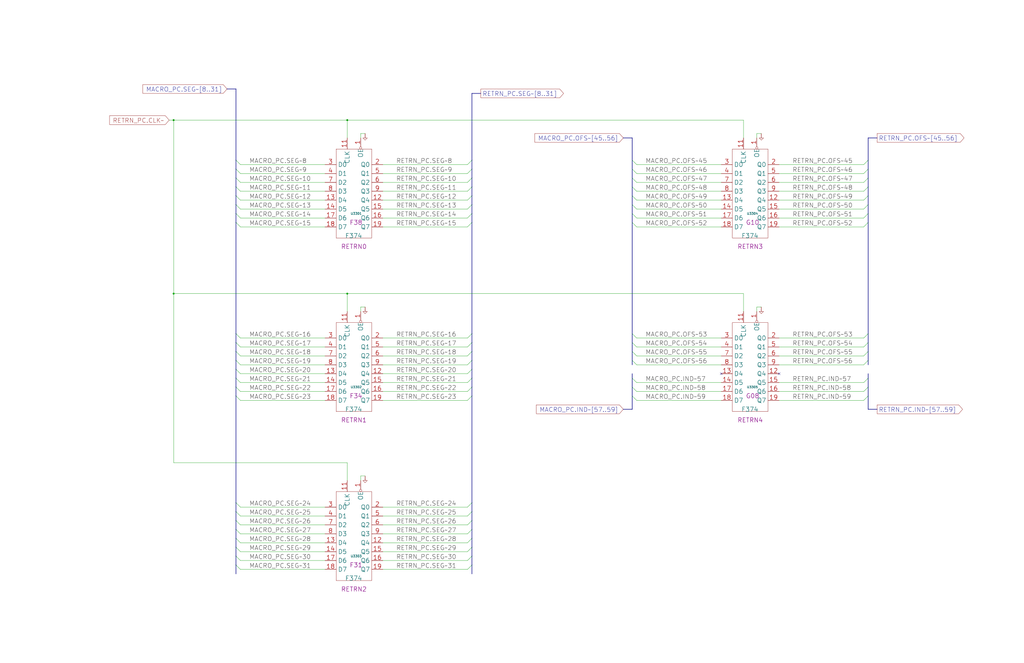
<source format=kicad_sch>
(kicad_sch (version 20250114) (generator "eeschema") (generator_version "9.0")
  (paper "User" 584.2 378.46)
  (title_block (title "RETURN MACRO PC") (date "22-MAY-90") (rev "1.0") (comment 1 "SEQUENCER") (comment 2 "232-003064") (comment 3 "S400") (comment 4 "RELEASED"))
  (lib_symbols
    (symbol "r1000:F374" (pin_names (offset 1.016))
      (property "Reference" "U" (at 2.54 5.08 0))
      (property "Value" "F374" (at -3.81 -7.62 0))
      (property "Location" "___" (at -1.27 0 0))
      (property "Name" "______" (at 1.27 -15.24 0))
      (symbol "F374_1_1"
        (rectangle (start -8.89 41.91) (end 11.43 -8.89))
        (circle (center 5.08 42.545) (radius 0.635))
        (pin input line (at -15.24 33.02 0) (length 6.35) (name "D0") (number "3"))
        (pin input line (at -15.24 27.94 0) (length 6.35) (name "D1") (number "4"))
        (pin input line (at -15.24 22.86 0) (length 6.35) (name "D2") (number "7"))
        (pin input line (at -15.24 17.78 0) (length 6.35) (name "D3") (number "8"))
        (pin input line (at -15.24 12.7 0) (length 6.35) (name "D4") (number "13"))
        (pin input line (at -15.24 7.62 0) (length 6.35) (name "D5") (number "14"))
        (pin input line (at -15.24 2.54 0) (length 6.35) (name "D6") (number "17"))
        (pin input line (at -15.24 -2.54 0) (length 6.35) (name "D7") (number "18"))
        (pin input line (at -2.54 48.26 270) (length 6.35) (name "CLK") (number "11"))
        (pin input line (at 5.08 48.26 270) (length 5.08) (name "OE") (number "1"))
        (pin tri_state line (at 17.78 33.02 180) (length 6.35) (name "Q0") (number "2"))
        (pin tri_state line (at 17.78 27.94 180) (length 6.35) (name "Q1") (number "5"))
        (pin tri_state line (at 17.78 22.86 180) (length 6.35) (name "Q2") (number "6"))
        (pin tri_state line (at 17.78 17.78 180) (length 6.35) (name "Q3") (number "9"))
        (pin tri_state line (at 17.78 12.7 180) (length 6.35) (name "Q4") (number "12"))
        (pin tri_state line (at 17.78 7.62 180) (length 6.35) (name "Q5") (number "15"))
        (pin tri_state line (at 17.78 2.54 180) (length 6.35) (name "Q6") (number "16"))
        (pin tri_state line (at 17.78 -2.54 180) (length 6.35) (name "Q7") (number "19"))
      )
    )
    (symbol "r1000:PD" (power) (pin_numbers (hide yes)) (pin_names (hide yes)) (in_bom no)
      (symbol "PD_0_1"
        (polyline (pts (xy 0 -2.54) (xy 1.27 -2.54) (xy 0 -3.81) (xy -1.27 -2.54) (xy 0 -2.54)) (stroke (width 0.1524)))
      )
      (symbol "PD_1_1"
        (pin power_in line (at 0 0 270) (length 2.54) (name "PD") (number "1"))
      )
    )
  )
  (junction (at 198.12 68.58))
  (junction (at 99.06 167.64))
  (junction (at 99.06 68.58))
  (junction (at 198.12 167.64))
  (no_connect (at 444.5 213.36))
  (no_connect (at 411.48 213.36))
  (bus_entry (at 360.68 91.44) (size 2.54 2.54))
  (bus_entry (at 134.62 91.44) (size 2.54 2.54))
  (bus_entry (at 134.62 190.5) (size 2.54 2.54))
  (bus_entry (at 134.62 205.74) (size 2.54 2.54))
  (bus_entry (at 360.68 215.9) (size 2.54 2.54))
  (bus_entry (at 269.24 322.58) (size -2.54 2.54))
  (bus_entry (at 495.3 220.98) (size -2.54 2.54))
  (bus_entry (at 134.62 322.58) (size 2.54 2.54))
  (bus_entry (at 269.24 127) (size -2.54 2.54))
  (bus_entry (at 495.3 121.92) (size -2.54 2.54))
  (bus_entry (at 134.62 101.6) (size 2.54 2.54))
  (bus_entry (at 495.3 127) (size -2.54 2.54))
  (bus_entry (at 269.24 287.02) (size -2.54 2.54))
  (bus_entry (at 269.24 317.5) (size -2.54 2.54))
  (bus_entry (at 360.68 205.74) (size 2.54 2.54))
  (bus_entry (at 495.3 96.52) (size -2.54 2.54))
  (bus_entry (at 360.68 127) (size 2.54 2.54))
  (bus_entry (at 495.3 195.58) (size -2.54 2.54))
  (bus_entry (at 134.62 317.5) (size 2.54 2.54))
  (bus_entry (at 134.62 106.68) (size 2.54 2.54))
  (bus_entry (at 134.62 200.66) (size 2.54 2.54))
  (bus_entry (at 360.68 220.98) (size 2.54 2.54))
  (bus_entry (at 360.68 101.6) (size 2.54 2.54))
  (bus_entry (at 495.3 205.74) (size -2.54 2.54))
  (bus_entry (at 495.3 106.68) (size -2.54 2.54))
  (bus_entry (at 134.62 292.1) (size 2.54 2.54))
  (bus_entry (at 360.68 195.58) (size 2.54 2.54))
  (bus_entry (at 134.62 312.42) (size 2.54 2.54))
  (bus_entry (at 134.62 307.34) (size 2.54 2.54))
  (bus_entry (at 134.62 96.52) (size 2.54 2.54))
  (bus_entry (at 134.62 220.98) (size 2.54 2.54))
  (bus_entry (at 269.24 111.76) (size -2.54 2.54))
  (bus_entry (at 269.24 312.42) (size -2.54 2.54))
  (bus_entry (at 495.3 226.06) (size -2.54 2.54))
  (bus_entry (at 495.3 200.66) (size -2.54 2.54))
  (bus_entry (at 269.24 220.98) (size -2.54 2.54))
  (bus_entry (at 134.62 121.92) (size 2.54 2.54))
  (bus_entry (at 134.62 226.06) (size 2.54 2.54))
  (bus_entry (at 269.24 307.34) (size -2.54 2.54))
  (bus_entry (at 360.68 190.5) (size 2.54 2.54))
  (bus_entry (at 269.24 297.18) (size -2.54 2.54))
  (bus_entry (at 269.24 106.68) (size -2.54 2.54))
  (bus_entry (at 360.68 106.68) (size 2.54 2.54))
  (bus_entry (at 269.24 205.74) (size -2.54 2.54))
  (bus_entry (at 269.24 215.9) (size -2.54 2.54))
  (bus_entry (at 360.68 200.66) (size 2.54 2.54))
  (bus_entry (at 269.24 195.58) (size -2.54 2.54))
  (bus_entry (at 269.24 302.26) (size -2.54 2.54))
  (bus_entry (at 360.68 121.92) (size 2.54 2.54))
  (bus_entry (at 134.62 215.9) (size 2.54 2.54))
  (bus_entry (at 269.24 101.6) (size -2.54 2.54))
  (bus_entry (at 360.68 111.76) (size 2.54 2.54))
  (bus_entry (at 134.62 297.18) (size 2.54 2.54))
  (bus_entry (at 495.3 215.9) (size -2.54 2.54))
  (bus_entry (at 134.62 195.58) (size 2.54 2.54))
  (bus_entry (at 134.62 302.26) (size 2.54 2.54))
  (bus_entry (at 495.3 101.6) (size -2.54 2.54))
  (bus_entry (at 269.24 96.52) (size -2.54 2.54))
  (bus_entry (at 134.62 127) (size 2.54 2.54))
  (bus_entry (at 269.24 200.66) (size -2.54 2.54))
  (bus_entry (at 134.62 111.76) (size 2.54 2.54))
  (bus_entry (at 360.68 226.06) (size 2.54 2.54))
  (bus_entry (at 269.24 91.44) (size -2.54 2.54))
  (bus_entry (at 495.3 190.5) (size -2.54 2.54))
  (bus_entry (at 134.62 287.02) (size 2.54 2.54))
  (bus_entry (at 269.24 116.84) (size -2.54 2.54))
  (bus_entry (at 269.24 292.1) (size -2.54 2.54))
  (bus_entry (at 269.24 210.82) (size -2.54 2.54))
  (bus_entry (at 495.3 116.84) (size -2.54 2.54))
  (bus_entry (at 134.62 210.82) (size 2.54 2.54))
  (bus_entry (at 360.68 116.84) (size 2.54 2.54))
  (bus_entry (at 269.24 226.06) (size -2.54 2.54))
  (bus_entry (at 495.3 91.44) (size -2.54 2.54))
  (bus_entry (at 269.24 190.5) (size -2.54 2.54))
  (bus_entry (at 360.68 96.52) (size 2.54 2.54))
  (bus_entry (at 269.24 121.92) (size -2.54 2.54))
  (bus_entry (at 134.62 116.84) (size 2.54 2.54))
  (bus_entry (at 495.3 111.76) (size -2.54 2.54))
  (bus (pts (xy 134.62 96.52) (xy 134.62 101.6)))
  (wire (pts (xy 205.74 177.8) (xy 205.74 175.26)))
  (wire (pts (xy 363.22 124.46) (xy 411.48 124.46)))
  (bus (pts (xy 134.62 322.58) (xy 134.62 327.66)))
  (wire (pts (xy 137.16 304.8) (xy 185.42 304.8)))
  (wire (pts (xy 218.44 228.6) (xy 266.7 228.6)))
  (wire (pts (xy 99.06 68.58) (xy 99.06 167.64)))
  (bus (pts (xy 360.68 215.9) (xy 360.68 220.98)))
  (bus (pts (xy 269.24 121.92) (xy 269.24 127)))
  (bus (pts (xy 269.24 287.02) (xy 269.24 292.1)))
  (wire (pts (xy 137.16 93.98) (xy 185.42 93.98)))
  (wire (pts (xy 444.5 228.6) (xy 492.76 228.6)))
  (bus (pts (xy 360.68 121.92) (xy 360.68 127)))
  (bus (pts (xy 495.3 78.74) (xy 500.38 78.74)))
  (wire (pts (xy 218.44 109.22) (xy 266.7 109.22)))
  (wire (pts (xy 218.44 208.28) (xy 266.7 208.28)))
  (bus (pts (xy 269.24 106.68) (xy 269.24 111.76)))
  (bus (pts (xy 269.24 322.58) (xy 269.24 327.66)))
  (bus (pts (xy 269.24 91.44) (xy 269.24 96.52)))
  (bus (pts (xy 269.24 312.42) (xy 269.24 317.5)))
  (wire (pts (xy 137.16 99.06) (xy 185.42 99.06)))
  (bus (pts (xy 495.3 121.92) (xy 495.3 127)))
  (wire (pts (xy 218.44 104.14) (xy 266.7 104.14)))
  (wire (pts (xy 444.5 223.52) (xy 492.76 223.52)))
  (bus (pts (xy 269.24 190.5) (xy 269.24 195.58)))
  (bus (pts (xy 495.3 205.74) (xy 495.3 208.28)))
  (wire (pts (xy 137.16 223.52) (xy 185.42 223.52)))
  (bus (pts (xy 269.24 195.58) (xy 269.24 200.66)))
  (bus (pts (xy 360.68 195.58) (xy 360.68 200.66)))
  (bus (pts (xy 495.3 116.84) (xy 495.3 121.92)))
  (wire (pts (xy 218.44 320.04) (xy 266.7 320.04)))
  (bus (pts (xy 134.62 210.82) (xy 134.62 215.9)))
  (bus (pts (xy 360.68 111.76) (xy 360.68 116.84)))
  (bus (pts (xy 360.68 116.84) (xy 360.68 121.92)))
  (bus (pts (xy 134.62 195.58) (xy 134.62 200.66)))
  (wire (pts (xy 363.22 129.54) (xy 411.48 129.54)))
  (wire (pts (xy 218.44 325.12) (xy 266.7 325.12)))
  (wire (pts (xy 431.8 76.2) (xy 434.34 76.2)))
  (wire (pts (xy 363.22 99.06) (xy 411.48 99.06)))
  (wire (pts (xy 444.5 208.28) (xy 492.76 208.28)))
  (bus (pts (xy 360.68 101.6) (xy 360.68 106.68)))
  (wire (pts (xy 444.5 193.04) (xy 492.76 193.04)))
  (wire (pts (xy 96.52 68.58) (xy 99.06 68.58)))
  (wire (pts (xy 137.16 314.96) (xy 185.42 314.96)))
  (wire (pts (xy 424.18 78.74) (xy 424.18 68.58)))
  (wire (pts (xy 137.16 299.72) (xy 185.42 299.72)))
  (bus (pts (xy 134.62 101.6) (xy 134.62 106.68)))
  (wire (pts (xy 431.8 175.26) (xy 434.34 175.26)))
  (wire (pts (xy 363.22 193.04) (xy 411.48 193.04)))
  (wire (pts (xy 137.16 124.46) (xy 185.42 124.46)))
  (bus (pts (xy 495.3 101.6) (xy 495.3 106.68)))
  (bus (pts (xy 269.24 226.06) (xy 269.24 287.02)))
  (wire (pts (xy 363.22 208.28) (xy 411.48 208.28)))
  (wire (pts (xy 137.16 213.36) (xy 185.42 213.36)))
  (wire (pts (xy 205.74 271.78) (xy 208.28 271.78)))
  (bus (pts (xy 269.24 302.26) (xy 269.24 307.34)))
  (wire (pts (xy 137.16 309.88) (xy 185.42 309.88)))
  (bus (pts (xy 134.62 220.98) (xy 134.62 226.06)))
  (wire (pts (xy 99.06 68.58) (xy 198.12 68.58)))
  (wire (pts (xy 99.06 167.64) (xy 198.12 167.64)))
  (bus (pts (xy 269.24 53.34) (xy 274.32 53.34)))
  (wire (pts (xy 363.22 203.2) (xy 411.48 203.2)))
  (bus (pts (xy 495.3 220.98) (xy 495.3 226.06)))
  (wire (pts (xy 137.16 208.28) (xy 185.42 208.28)))
  (wire (pts (xy 198.12 274.32) (xy 198.12 264.16)))
  (wire (pts (xy 137.16 119.38) (xy 185.42 119.38)))
  (wire (pts (xy 218.44 193.04) (xy 266.7 193.04)))
  (wire (pts (xy 137.16 198.12) (xy 185.42 198.12)))
  (bus (pts (xy 495.3 213.36) (xy 495.3 215.9)))
  (bus (pts (xy 269.24 317.5) (xy 269.24 322.58)))
  (wire (pts (xy 444.5 198.12) (xy 492.76 198.12)))
  (wire (pts (xy 205.74 78.74) (xy 205.74 76.2)))
  (wire (pts (xy 218.44 114.3) (xy 266.7 114.3)))
  (wire (pts (xy 444.5 109.22) (xy 492.76 109.22)))
  (wire (pts (xy 444.5 104.14) (xy 492.76 104.14)))
  (wire (pts (xy 137.16 109.22) (xy 185.42 109.22)))
  (wire (pts (xy 218.44 299.72) (xy 266.7 299.72)))
  (wire (pts (xy 444.5 114.3) (xy 492.76 114.3)))
  (bus (pts (xy 269.24 210.82) (xy 269.24 215.9)))
  (bus (pts (xy 269.24 53.34) (xy 269.24 91.44)))
  (bus (pts (xy 129.54 50.8) (xy 134.62 50.8)))
  (wire (pts (xy 218.44 314.96) (xy 266.7 314.96)))
  (bus (pts (xy 495.3 190.5) (xy 495.3 195.58)))
  (bus (pts (xy 269.24 205.74) (xy 269.24 210.82)))
  (bus (pts (xy 269.24 111.76) (xy 269.24 116.84)))
  (wire (pts (xy 431.8 78.74) (xy 431.8 76.2)))
  (bus (pts (xy 134.62 50.8) (xy 134.62 91.44)))
  (wire (pts (xy 137.16 289.56) (xy 185.42 289.56)))
  (wire (pts (xy 198.12 264.16) (xy 99.06 264.16)))
  (bus (pts (xy 495.3 78.74) (xy 495.3 91.44)))
  (wire (pts (xy 205.74 175.26) (xy 208.28 175.26)))
  (bus (pts (xy 495.3 106.68) (xy 495.3 111.76)))
  (wire (pts (xy 198.12 68.58) (xy 424.18 68.58)))
  (wire (pts (xy 444.5 124.46) (xy 492.76 124.46)))
  (bus (pts (xy 495.3 200.66) (xy 495.3 205.74)))
  (wire (pts (xy 444.5 99.06) (xy 492.76 99.06)))
  (wire (pts (xy 137.16 193.04) (xy 185.42 193.04)))
  (wire (pts (xy 137.16 294.64) (xy 185.42 294.64)))
  (wire (pts (xy 363.22 228.6) (xy 411.48 228.6)))
  (wire (pts (xy 137.16 325.12) (xy 185.42 325.12)))
  (wire (pts (xy 218.44 304.8) (xy 266.7 304.8)))
  (wire (pts (xy 218.44 129.54) (xy 266.7 129.54)))
  (bus (pts (xy 134.62 307.34) (xy 134.62 312.42)))
  (wire (pts (xy 444.5 129.54) (xy 492.76 129.54)))
  (wire (pts (xy 205.74 274.32) (xy 205.74 271.78)))
  (bus (pts (xy 495.3 127) (xy 495.3 190.5)))
  (wire (pts (xy 137.16 218.44) (xy 185.42 218.44)))
  (bus (pts (xy 134.62 312.42) (xy 134.62 317.5)))
  (bus (pts (xy 134.62 127) (xy 134.62 190.5)))
  (wire (pts (xy 198.12 68.58) (xy 198.12 78.74)))
  (bus (pts (xy 134.62 215.9) (xy 134.62 220.98)))
  (bus (pts (xy 360.68 200.66) (xy 360.68 205.74)))
  (wire (pts (xy 137.16 129.54) (xy 185.42 129.54)))
  (bus (pts (xy 134.62 106.68) (xy 134.62 111.76)))
  (wire (pts (xy 99.06 167.64) (xy 99.06 264.16)))
  (bus (pts (xy 134.62 297.18) (xy 134.62 302.26)))
  (wire (pts (xy 424.18 167.64) (xy 198.12 167.64)))
  (bus (pts (xy 269.24 127) (xy 269.24 190.5)))
  (bus (pts (xy 269.24 292.1) (xy 269.24 297.18)))
  (wire (pts (xy 137.16 203.2) (xy 185.42 203.2)))
  (bus (pts (xy 134.62 292.1) (xy 134.62 297.18)))
  (bus (pts (xy 269.24 200.66) (xy 269.24 205.74)))
  (wire (pts (xy 363.22 104.14) (xy 411.48 104.14)))
  (wire (pts (xy 218.44 198.12) (xy 266.7 198.12)))
  (wire (pts (xy 444.5 93.98) (xy 492.76 93.98)))
  (wire (pts (xy 137.16 228.6) (xy 185.42 228.6)))
  (wire (pts (xy 218.44 223.52) (xy 266.7 223.52)))
  (wire (pts (xy 218.44 289.56) (xy 266.7 289.56)))
  (wire (pts (xy 363.22 114.3) (xy 411.48 114.3)))
  (bus (pts (xy 134.62 200.66) (xy 134.62 205.74)))
  (wire (pts (xy 363.22 223.52) (xy 411.48 223.52)))
  (bus (pts (xy 134.62 287.02) (xy 134.62 292.1)))
  (wire (pts (xy 363.22 109.22) (xy 411.48 109.22)))
  (wire (pts (xy 218.44 309.88) (xy 266.7 309.88)))
  (bus (pts (xy 355.6 78.74) (xy 360.68 78.74)))
  (bus (pts (xy 360.68 78.74) (xy 360.68 91.44)))
  (bus (pts (xy 134.62 190.5) (xy 134.62 195.58)))
  (wire (pts (xy 205.74 76.2) (xy 208.28 76.2)))
  (wire (pts (xy 137.16 114.3) (xy 185.42 114.3)))
  (bus (pts (xy 495.3 226.06) (xy 495.3 233.68)))
  (bus (pts (xy 495.3 215.9) (xy 495.3 220.98)))
  (bus (pts (xy 134.62 302.26) (xy 134.62 307.34)))
  (wire (pts (xy 137.16 320.04) (xy 185.42 320.04)))
  (bus (pts (xy 360.68 106.68) (xy 360.68 111.76)))
  (wire (pts (xy 431.8 177.8) (xy 431.8 175.26)))
  (wire (pts (xy 218.44 203.2) (xy 266.7 203.2)))
  (wire (pts (xy 218.44 99.06) (xy 266.7 99.06)))
  (wire (pts (xy 444.5 119.38) (xy 492.76 119.38)))
  (bus (pts (xy 134.62 91.44) (xy 134.62 96.52)))
  (wire (pts (xy 137.16 104.14) (xy 185.42 104.14)))
  (bus (pts (xy 269.24 220.98) (xy 269.24 226.06)))
  (bus (pts (xy 360.68 127) (xy 360.68 190.5)))
  (bus (pts (xy 269.24 297.18) (xy 269.24 302.26)))
  (wire (pts (xy 218.44 93.98) (xy 266.7 93.98)))
  (bus (pts (xy 355.6 233.68) (xy 360.68 233.68)))
  (wire (pts (xy 424.18 177.8) (xy 424.18 167.64)))
  (bus (pts (xy 134.62 116.84) (xy 134.62 121.92)))
  (bus (pts (xy 495.3 111.76) (xy 495.3 116.84)))
  (bus (pts (xy 134.62 317.5) (xy 134.62 322.58)))
  (bus (pts (xy 495.3 96.52) (xy 495.3 101.6)))
  (bus (pts (xy 134.62 226.06) (xy 134.62 287.02)))
  (bus (pts (xy 360.68 213.36) (xy 360.68 215.9)))
  (bus (pts (xy 269.24 215.9) (xy 269.24 220.98)))
  (wire (pts (xy 363.22 198.12) (xy 411.48 198.12)))
  (wire (pts (xy 444.5 218.44) (xy 492.76 218.44)))
  (bus (pts (xy 360.68 226.06) (xy 360.68 233.68)))
  (wire (pts (xy 218.44 213.36) (xy 266.7 213.36)))
  (bus (pts (xy 360.68 205.74) (xy 360.68 208.28)))
  (bus (pts (xy 495.3 91.44) (xy 495.3 96.52)))
  (bus (pts (xy 134.62 205.74) (xy 134.62 210.82)))
  (wire (pts (xy 218.44 119.38) (xy 266.7 119.38)))
  (wire (pts (xy 218.44 294.64) (xy 266.7 294.64)))
  (wire (pts (xy 218.44 124.46) (xy 266.7 124.46)))
  (bus (pts (xy 269.24 101.6) (xy 269.24 106.68)))
  (bus (pts (xy 269.24 307.34) (xy 269.24 312.42)))
  (bus (pts (xy 269.24 96.52) (xy 269.24 101.6)))
  (wire (pts (xy 363.22 93.98) (xy 411.48 93.98)))
  (wire (pts (xy 363.22 218.44) (xy 411.48 218.44)))
  (bus (pts (xy 495.3 233.68) (xy 500.38 233.68)))
  (bus (pts (xy 360.68 91.44) (xy 360.68 96.52)))
  (bus (pts (xy 495.3 195.58) (xy 495.3 200.66)))
  (bus (pts (xy 269.24 116.84) (xy 269.24 121.92)))
  (wire (pts (xy 218.44 218.44) (xy 266.7 218.44)))
  (wire (pts (xy 198.12 167.64) (xy 198.12 177.8)))
  (bus (pts (xy 360.68 96.52) (xy 360.68 101.6)))
  (wire (pts (xy 444.5 203.2) (xy 492.76 203.2)))
  (bus (pts (xy 134.62 121.92) (xy 134.62 127)))
  (bus (pts (xy 360.68 220.98) (xy 360.68 226.06)))
  (bus (pts (xy 134.62 111.76) (xy 134.62 116.84)))
  (wire (pts (xy 363.22 119.38) (xy 411.48 119.38)))
  (bus (pts (xy 360.68 190.5) (xy 360.68 195.58)))
  (label "MACRO_PC.SEG~14" (at 142.24 124.46 0) (effects (font (size 2.54 2.54))))
  (label "MACRO_PC.SEG~31" (at 142.24 325.12 0) (effects (font (size 2.54 2.54))))
  (label "RETRN_PC.IND~57" (at 452.12 218.44 0) (effects (font (size 2.54 2.54))))
  (label "MACRO_PC.SEG~15" (at 142.24 129.54 0) (effects (font (size 2.54 2.54))))
  (label "RETRN_PC.SEG~8" (at 226.06 93.98 0) (effects (font (size 2.54 2.54))))
  (label "RETRN_PC.OFS~54" (at 452.12 198.12 0) (effects (font (size 2.54 2.54))))
  (label "MACRO_PC.SEG~8" (at 142.24 93.98 0) (effects (font (size 2.54 2.54))))
  (label "MACRO_PC.IND~59" (at 368.3 228.6 0) (effects (font (size 2.54 2.54))))
  (label "RETRN_PC.SEG~23" (at 226.06 228.6 0) (effects (font (size 2.54 2.54))))
  (label "RETRN_PC.SEG~14" (at 226.06 124.46 0) (effects (font (size 2.54 2.54))))
  (label "RETRN_PC.IND~58" (at 452.12 223.52 0) (effects (font (size 2.54 2.54))))
  (label "RETRN_PC.OFS~45" (at 452.12 93.98 0) (effects (font (size 2.54 2.54))))
  (label "MACRO_PC.SEG~22" (at 142.24 223.52 0) (effects (font (size 2.54 2.54))))
  (label "RETRN_PC.SEG~27" (at 226.06 304.8 0) (effects (font (size 2.54 2.54))))
  (label "RETRN_PC.SEG~16" (at 226.06 193.04 0) (effects (font (size 2.54 2.54))))
  (label "RETRN_PC.SEG~24" (at 226.06 289.56 0) (effects (font (size 2.54 2.54))))
  (label "RETRN_PC.SEG~22" (at 226.06 223.52 0) (effects (font (size 2.54 2.54))))
  (label "RETRN_PC.SEG~18" (at 226.06 203.2 0) (effects (font (size 2.54 2.54))))
  (label "MACRO_PC.SEG~21" (at 142.24 218.44 0) (effects (font (size 2.54 2.54))))
  (label "MACRO_PC.OFS~48" (at 368.3 109.22 0) (effects (font (size 2.54 2.54))))
  (label "MACRO_PC.OFS~47" (at 368.3 104.14 0) (effects (font (size 2.54 2.54))))
  (label "MACRO_PC.SEG~27" (at 142.24 304.8 0) (effects (font (size 2.54 2.54))))
  (label "MACRO_PC.SEG~19" (at 142.24 208.28 0) (effects (font (size 2.54 2.54))))
  (label "MACRO_PC.SEG~12" (at 142.24 114.3 0) (effects (font (size 2.54 2.54))))
  (label "MACRO_PC.IND~57" (at 368.3 218.44 0) (effects (font (size 2.54 2.54))))
  (label "RETRN_PC.SEG~31" (at 226.06 325.12 0) (effects (font (size 2.54 2.54))))
  (label "RETRN_PC.OFS~56" (at 452.12 208.28 0) (effects (font (size 2.54 2.54))))
  (label "MACRO_PC.OFS~55" (at 368.3 203.2 0) (effects (font (size 2.54 2.54))))
  (label "MACRO_PC.OFS~49" (at 368.3 114.3 0) (effects (font (size 2.54 2.54))))
  (label "RETRN_PC.OFS~48" (at 452.12 109.22 0) (effects (font (size 2.54 2.54))))
  (label "MACRO_PC.SEG~17" (at 142.24 198.12 0) (effects (font (size 2.54 2.54))))
  (label "MACRO_PC.SEG~10" (at 142.24 104.14 0) (effects (font (size 2.54 2.54))))
  (label "MACRO_PC.OFS~50" (at 368.3 119.38 0) (effects (font (size 2.54 2.54))))
  (label "RETRN_PC.SEG~9" (at 226.06 99.06 0) (effects (font (size 2.54 2.54))))
  (label "RETRN_PC.SEG~29" (at 226.06 314.96 0) (effects (font (size 2.54 2.54))))
  (label "MACRO_PC.OFS~51" (at 368.3 124.46 0) (effects (font (size 2.54 2.54))))
  (label "RETRN_PC.OFS~53" (at 452.12 193.04 0) (effects (font (size 2.54 2.54))))
  (label "RETRN_PC.SEG~25" (at 226.06 294.64 0) (effects (font (size 2.54 2.54))))
  (label "MACRO_PC.SEG~16" (at 142.24 193.04 0) (effects (font (size 2.54 2.54))))
  (label "RETRN_PC.SEG~11" (at 226.06 109.22 0) (effects (font (size 2.54 2.54))))
  (label "RETRN_PC.OFS~46" (at 452.12 99.06 0) (effects (font (size 2.54 2.54))))
  (label "RETRN_PC.SEG~28" (at 226.06 309.88 0) (effects (font (size 2.54 2.54))))
  (label "RETRN_PC.OFS~52" (at 452.12 129.54 0) (effects (font (size 2.54 2.54))))
  (label "MACRO_PC.SEG~13" (at 142.24 119.38 0) (effects (font (size 2.54 2.54))))
  (label "MACRO_PC.SEG~26" (at 142.24 299.72 0) (effects (font (size 2.54 2.54))))
  (label "MACRO_PC.OFS~56" (at 368.3 208.28 0) (effects (font (size 2.54 2.54))))
  (label "MACRO_PC.SEG~25" (at 142.24 294.64 0) (effects (font (size 2.54 2.54))))
  (label "RETRN_PC.OFS~51" (at 452.12 124.46 0) (effects (font (size 2.54 2.54))))
  (label "MACRO_PC.OFS~53" (at 368.3 193.04 0) (effects (font (size 2.54 2.54))))
  (label "RETRN_PC.OFS~50" (at 452.12 119.38 0) (effects (font (size 2.54 2.54))))
  (label "RETRN_PC.IND~59" (at 452.12 228.6 0) (effects (font (size 2.54 2.54))))
  (label "RETRN_PC.SEG~20" (at 226.06 213.36 0) (effects (font (size 2.54 2.54))))
  (label "RETRN_PC.SEG~12" (at 226.06 114.3 0) (effects (font (size 2.54 2.54))))
  (label "RETRN_PC.SEG~26" (at 226.06 299.72 0) (effects (font (size 2.54 2.54))))
  (label "RETRN_PC.SEG~15" (at 226.06 129.54 0) (effects (font (size 2.54 2.54))))
  (label "MACRO_PC.SEG~28" (at 142.24 309.88 0) (effects (font (size 2.54 2.54))))
  (label "MACRO_PC.OFS~52" (at 368.3 129.54 0) (effects (font (size 2.54 2.54))))
  (label "MACRO_PC.SEG~20" (at 142.24 213.36 0) (effects (font (size 2.54 2.54))))
  (label "MACRO_PC.OFS~54" (at 368.3 198.12 0) (effects (font (size 2.54 2.54))))
  (label "MACRO_PC.SEG~24" (at 142.24 289.56 0) (effects (font (size 2.54 2.54))))
  (label "RETRN_PC.SEG~13" (at 226.06 119.38 0) (effects (font (size 2.54 2.54))))
  (label "MACRO_PC.SEG~11" (at 142.24 109.22 0) (effects (font (size 2.54 2.54))))
  (label "MACRO_PC.OFS~45" (at 368.3 93.98 0) (effects (font (size 2.54 2.54))))
  (label "MACRO_PC.SEG~18" (at 142.24 203.2 0) (effects (font (size 2.54 2.54))))
  (label "MACRO_PC.IND~58" (at 368.3 223.52 0) (effects (font (size 2.54 2.54))))
  (label "RETRN_PC.SEG~19" (at 226.06 208.28 0) (effects (font (size 2.54 2.54))))
  (label "MACRO_PC.SEG~9" (at 142.24 99.06 0) (effects (font (size 2.54 2.54))))
  (label "MACRO_PC.OFS~46" (at 368.3 99.06 0) (effects (font (size 2.54 2.54))))
  (label "MACRO_PC.SEG~23" (at 142.24 228.6 0) (effects (font (size 2.54 2.54))))
  (label "RETRN_PC.SEG~17" (at 226.06 198.12 0) (effects (font (size 2.54 2.54))))
  (label "RETRN_PC.OFS~49" (at 452.12 114.3 0) (effects (font (size 2.54 2.54))))
  (label "RETRN_PC.SEG~10" (at 226.06 104.14 0) (effects (font (size 2.54 2.54))))
  (label "RETRN_PC.SEG~21" (at 226.06 218.44 0) (effects (font (size 2.54 2.54))))
  (label "MACRO_PC.SEG~30" (at 142.24 320.04 0) (effects (font (size 2.54 2.54))))
  (label "RETRN_PC.OFS~55" (at 452.12 203.2 0) (effects (font (size 2.54 2.54))))
  (label "RETRN_PC.OFS~47" (at 452.12 104.14 0) (effects (font (size 2.54 2.54))))
  (label "RETRN_PC.SEG~30" (at 226.06 320.04 0) (effects (font (size 2.54 2.54))))
  (label "MACRO_PC.SEG~29" (at 142.24 314.96 0) (effects (font (size 2.54 2.54))))
  (global_label "MACRO_PC.SEG~[8..31]" (shape input) (at 129.54 50.8 180) (effects (font (size 2.54 2.54))) (property "Intersheetrefs" "${INTERSHEET_REFS}" (at 81.534 50.6413 0) (effects (font (size 1.905 1.905)) (justify right))))
  (global_label "RETRN_PC.OFS~[45..56]" (shape output) (at 500.38 78.74 0) (effects (font (size 2.54 2.54))) (property "Intersheetrefs" "${INTERSHEET_REFS}" (at 549.9584 78.5813 0) (effects (font (size 1.905 1.905)) (justify left))))
  (global_label "MACRO_PC.IND~[57..59]" (shape input) (at 355.6 233.68 180) (effects (font (size 2.54 2.54))) (property "Intersheetrefs" "${INTERSHEET_REFS}" (at 306.0216 233.5213 0) (effects (font (size 1.905 1.905)) (justify right))))
  (global_label "RETRN_PC.IND~[57..59]" (shape output) (at 500.38 233.68 0) (effects (font (size 2.54 2.54))) (property "Intersheetrefs" "${INTERSHEET_REFS}" (at 549.1117 233.5213 0) (effects (font (size 1.905 1.905)) (justify left))))
  (global_label "RETRN_PC.CLK~" (shape input) (at 96.52 68.58 180) (effects (font (size 2.54 2.54))) (property "Intersheetrefs" "${INTERSHEET_REFS}" (at 62.5445 68.4213 0) (effects (font (size 1.905 1.905)) (justify right))))
  (global_label "RETRN_PC.SEG~[8..31]" (shape output) (at 274.32 53.34 0) (effects (font (size 2.54 2.54))) (property "Intersheetrefs" "${INTERSHEET_REFS}" (at 321.4793 53.1813 0) (effects (font (size 1.905 1.905)) (justify left))))
  (global_label "MACRO_PC.OFS~[45..56]" (shape input) (at 355.6 78.74 180) (effects (font (size 2.54 2.54))) (property "Intersheetrefs" "${INTERSHEET_REFS}" (at 305.175 78.5813 0) (effects (font (size 1.905 1.905)) (justify right))))
  (symbol (lib_id "r1000:F374") (at 426.72 226.06 0) (unit 1)
    (property "Reference" "U3305" (at 429.26 220.98 0))
    (property "Value" "F374" (at 422.91 233.68 0) (effects (font (size 2.54 2.54)) (justify left)))
    (property "Location" "G08" (at 425.45 226.06 0) (effects (font (size 2.54 2.54)) (justify left)))
    (property "Name" "RETRN4" (at 427.99 241.3 0) (effects (font (size 2.54 2.54)) (justify bottom)))
  )
  (symbol (lib_id "r1000:F374") (at 200.66 226.06 0) (unit 1)
    (property "Reference" "U3302" (at 203.2 220.98 0))
    (property "Value" "F374" (at 196.85 233.68 0) (effects (font (size 2.54 2.54)) (justify left)))
    (property "Location" "F34" (at 199.39 226.06 0) (effects (font (size 2.54 2.54)) (justify left)))
    (property "Name" "RETRN1" (at 201.93 241.3 0) (effects (font (size 2.54 2.54)) (justify bottom)))
  )
  (symbol (lib_id "r1000:PD") (at 434.34 76.2 0) (unit 1) (in_bom no)
    (property "Reference" "#PWR03304" (effects (hide yes)))
    (property "Value" "PD" (effects (hide yes)))
  )
  (symbol (lib_id "r1000:PD") (at 434.34 175.26 0) (unit 1) (in_bom no)
    (property "Reference" "#PWR03305" (effects (hide yes)))
    (property "Value" "PD" (effects (hide yes)))
  )
  (symbol (lib_id "r1000:PD") (at 208.28 271.78 0) (unit 1) (in_bom no)
    (property "Reference" "#PWR03303" (effects (hide yes)))
    (property "Value" "PD" (effects (hide yes)))
  )
  (symbol (lib_id "r1000:PD") (at 208.28 76.2 0) (unit 1) (in_bom no)
    (property "Reference" "#PWR03301" (effects (hide yes)))
    (property "Value" "PD" (effects (hide yes)))
  )
  (symbol (lib_id "r1000:F374") (at 426.72 127 0) (unit 1)
    (property "Reference" "U3304" (at 429.26 121.92 0))
    (property "Value" "F374" (at 422.91 134.62 0) (effects (font (size 2.54 2.54)) (justify left)))
    (property "Location" "G10" (at 425.45 127 0) (effects (font (size 2.54 2.54)) (justify left)))
    (property "Name" "RETRN3" (at 427.99 142.24 0) (effects (font (size 2.54 2.54)) (justify bottom)))
  )
  (symbol (lib_id "r1000:F374") (at 200.66 127 0) (unit 1)
    (property "Reference" "U3301" (at 203.2 121.92 0))
    (property "Value" "F374" (at 196.85 134.62 0) (effects (font (size 2.54 2.54)) (justify left)))
    (property "Location" "F38" (at 199.39 127 0) (effects (font (size 2.54 2.54)) (justify left)))
    (property "Name" "RETRN0" (at 201.93 142.24 0) (effects (font (size 2.54 2.54)) (justify bottom)))
  )
  (symbol (lib_id "r1000:PD") (at 208.28 175.26 0) (unit 1) (in_bom no)
    (property "Reference" "#PWR03302" (effects (hide yes)))
    (property "Value" "PD" (effects (hide yes)))
  )
  (symbol (lib_id "r1000:F374") (at 200.66 322.58 0) (unit 1)
    (property "Reference" "U3303" (at 203.2 317.5 0))
    (property "Value" "F374" (at 196.85 330.2 0) (effects (font (size 2.54 2.54)) (justify left)))
    (property "Location" "F31" (at 199.39 322.58 0) (effects (font (size 2.54 2.54)) (justify left)))
    (property "Name" "RETRN2" (at 201.93 337.82 0) (effects (font (size 2.54 2.54)) (justify bottom)))
  )
)
</source>
